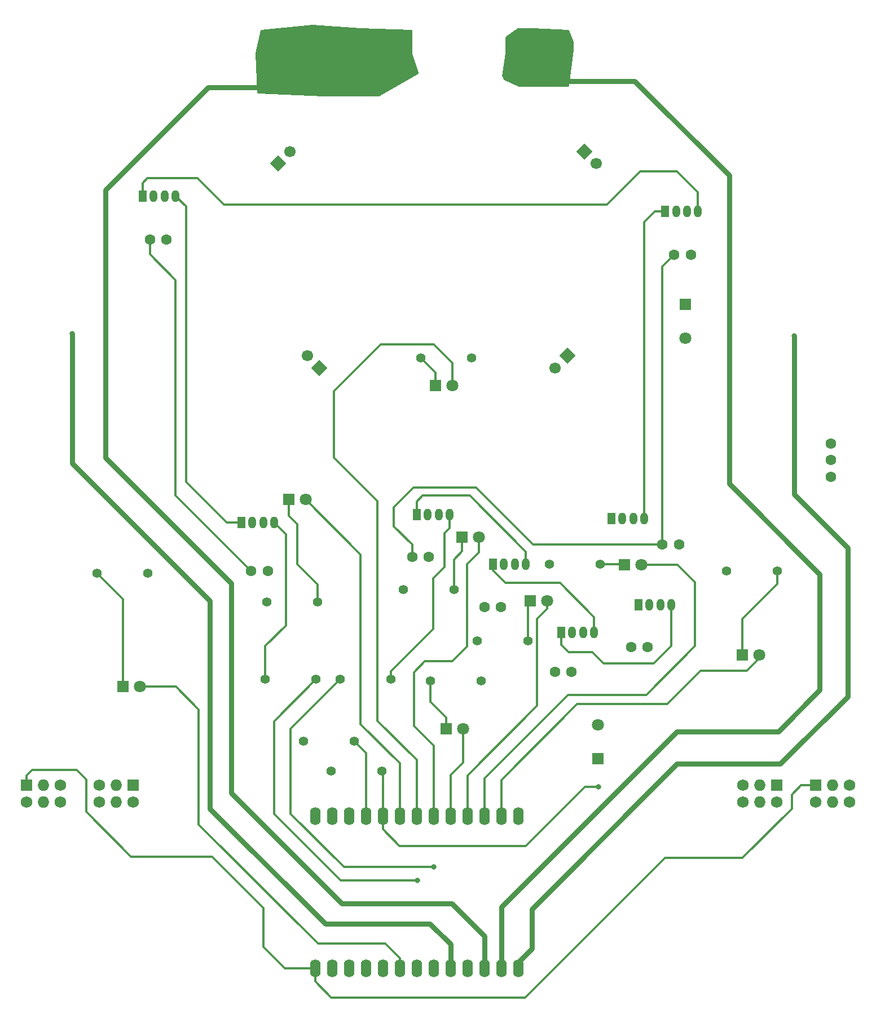
<source format=gtl>
G04 #@! TF.GenerationSoftware,KiCad,Pcbnew,7.0.10*
G04 #@! TF.CreationDate,2024-06-20T08:21:32-05:00*
G04 #@! TF.ProjectId,g0dzilla_vs_middle,6730647a-696c-46c6-915f-76735f6d6964,1*
G04 #@! TF.SameCoordinates,Original*
G04 #@! TF.FileFunction,Copper,L1,Top*
G04 #@! TF.FilePolarity,Positive*
%FSLAX46Y46*%
G04 Gerber Fmt 4.6, Leading zero omitted, Abs format (unit mm)*
G04 Created by KiCad (PCBNEW 7.0.10) date 2024-06-20 08:21:32*
%MOMM*%
%LPD*%
G01*
G04 APERTURE LIST*
G04 Aperture macros list*
%AMHorizOval*
0 Thick line with rounded ends*
0 $1 width*
0 $2 $3 position (X,Y) of the first rounded end (center of the circle)*
0 $4 $5 position (X,Y) of the second rounded end (center of the circle)*
0 Add line between two ends*
20,1,$1,$2,$3,$4,$5,0*
0 Add two circle primitives to create the rounded ends*
1,1,$1,$2,$3*
1,1,$1,$4,$5*%
%AMRotRect*
0 Rectangle, with rotation*
0 The origin of the aperture is its center*
0 $1 length*
0 $2 width*
0 $3 Rotation angle, in degrees counterclockwise*
0 Add horizontal line*
21,1,$1,$2,0,0,$3*%
G04 Aperture macros list end*
G04 #@! TA.AperFunction,ComponentPad*
%ADD10C,1.400000*%
G04 #@! TD*
G04 #@! TA.AperFunction,ComponentPad*
%ADD11RotRect,1.700000X1.700000X315.000000*%
G04 #@! TD*
G04 #@! TA.AperFunction,ComponentPad*
%ADD12HorizOval,1.700000X0.000000X0.000000X0.000000X0.000000X0*%
G04 #@! TD*
G04 #@! TA.AperFunction,ComponentPad*
%ADD13R,1.800000X1.800000*%
G04 #@! TD*
G04 #@! TA.AperFunction,ComponentPad*
%ADD14C,1.800000*%
G04 #@! TD*
G04 #@! TA.AperFunction,ComponentPad*
%ADD15C,1.600000*%
G04 #@! TD*
G04 #@! TA.AperFunction,ComponentPad*
%ADD16RotRect,1.700000X1.700000X225.000000*%
G04 #@! TD*
G04 #@! TA.AperFunction,ComponentPad*
%ADD17HorizOval,1.700000X0.000000X0.000000X0.000000X0.000000X0*%
G04 #@! TD*
G04 #@! TA.AperFunction,ComponentPad*
%ADD18R,1.150000X1.800000*%
G04 #@! TD*
G04 #@! TA.AperFunction,ComponentPad*
%ADD19O,1.150000X1.800000*%
G04 #@! TD*
G04 #@! TA.AperFunction,ComponentPad*
%ADD20RotRect,1.700000X1.700000X135.000000*%
G04 #@! TD*
G04 #@! TA.AperFunction,ComponentPad*
%ADD21HorizOval,1.700000X0.000000X0.000000X0.000000X0.000000X0*%
G04 #@! TD*
G04 #@! TA.AperFunction,ComponentPad*
%ADD22RotRect,1.700000X1.700000X45.000000*%
G04 #@! TD*
G04 #@! TA.AperFunction,ComponentPad*
%ADD23HorizOval,1.700000X0.000000X0.000000X0.000000X0.000000X0*%
G04 #@! TD*
G04 #@! TA.AperFunction,ComponentPad*
%ADD24R,1.727200X1.727200*%
G04 #@! TD*
G04 #@! TA.AperFunction,ComponentPad*
%ADD25C,1.727200*%
G04 #@! TD*
G04 #@! TA.AperFunction,ComponentPad*
%ADD26O,1.727200X1.727200*%
G04 #@! TD*
G04 #@! TA.AperFunction,ComponentPad*
%ADD27O,1.600000X2.700000*%
G04 #@! TD*
G04 #@! TA.AperFunction,ViaPad*
%ADD28C,0.800000*%
G04 #@! TD*
G04 #@! TA.AperFunction,Conductor*
%ADD29C,0.300000*%
G04 #@! TD*
G04 #@! TA.AperFunction,Conductor*
%ADD30C,0.750000*%
G04 #@! TD*
G04 APERTURE END LIST*
D10*
X136910000Y-121500000D03*
X129290000Y-121500000D03*
D11*
X132000000Y-90200000D03*
D12*
X130203949Y-91996051D03*
D13*
X126470000Y-127030000D03*
D14*
X129010000Y-127030000D03*
D10*
X104210000Y-152600000D03*
X96590000Y-152600000D03*
D15*
X84540000Y-122520000D03*
X87040000Y-122520000D03*
D10*
X61417200Y-122859800D03*
X69037200Y-122859800D03*
D16*
X94796051Y-92000000D03*
D17*
X93000000Y-90203949D03*
D18*
X142700000Y-127620000D03*
D19*
X144350000Y-127620000D03*
X146000000Y-127620000D03*
X147650000Y-127620000D03*
D20*
X88600000Y-61300000D03*
D21*
X90396051Y-59503949D03*
D15*
X130140000Y-137690000D03*
X132640000Y-137690000D03*
D10*
X115010000Y-125323600D03*
X107390000Y-125323600D03*
D22*
X134600000Y-59500000D03*
D23*
X136396051Y-61296051D03*
D10*
X163576000Y-122478800D03*
X155956000Y-122478800D03*
D13*
X140595000Y-121560000D03*
D14*
X143135000Y-121560000D03*
D10*
X105500000Y-138800000D03*
X97880000Y-138800000D03*
D13*
X158313200Y-135153400D03*
D14*
X160853200Y-135153400D03*
D13*
X116240000Y-117410000D03*
D14*
X118780000Y-117410000D03*
D10*
X126110000Y-133000000D03*
X118490000Y-133000000D03*
D15*
X119577800Y-127939800D03*
X122077800Y-127939800D03*
D24*
X169260000Y-154680000D03*
D25*
X169260000Y-157220000D03*
D26*
X171800000Y-154680000D03*
X171800000Y-157220000D03*
D25*
X174340000Y-154680000D03*
X174340000Y-157220000D03*
D13*
X149725000Y-82455000D03*
D14*
X149725000Y-87535000D03*
D13*
X112242600Y-94615000D03*
D14*
X114782600Y-94615000D03*
D18*
X131070000Y-131700000D03*
D19*
X132720000Y-131700000D03*
X134370000Y-131700000D03*
X136020000Y-131700000D03*
D24*
X66840000Y-154680000D03*
D25*
X66840000Y-157220000D03*
D26*
X64300000Y-154680000D03*
X64300000Y-157220000D03*
D25*
X61760000Y-154680000D03*
X61760000Y-157220000D03*
D18*
X120850000Y-121500000D03*
D19*
X122500000Y-121500000D03*
X124150000Y-121500000D03*
X125800000Y-121500000D03*
D10*
X86690000Y-138800000D03*
X94310000Y-138800000D03*
D15*
X108740000Y-120396000D03*
X111240000Y-120396000D03*
D13*
X113812400Y-146227800D03*
D14*
X116352400Y-146227800D03*
D10*
X111429800Y-139039600D03*
X119049800Y-139039600D03*
D18*
X68270000Y-66170000D03*
D19*
X69920000Y-66170000D03*
X71570000Y-66170000D03*
X73220000Y-66170000D03*
D15*
X146273200Y-118550000D03*
X148773200Y-118550000D03*
D10*
X94510000Y-127200000D03*
X86890000Y-127200000D03*
D15*
X171551600Y-103341800D03*
X171551600Y-105841800D03*
X171551600Y-108341800D03*
D27*
X117017800Y-182219600D03*
X119557800Y-182219600D03*
X94157800Y-182219600D03*
X114477800Y-182219600D03*
X106857800Y-182219600D03*
X122097800Y-159359600D03*
X124637800Y-182219600D03*
X119557800Y-159359600D03*
X122097800Y-182219600D03*
X111937800Y-182219600D03*
X109397800Y-182219600D03*
X104317800Y-182219600D03*
X99237800Y-182219600D03*
X96697800Y-182219600D03*
X101777800Y-182219600D03*
X111937800Y-159359600D03*
X114477800Y-159359600D03*
X117017800Y-159359600D03*
X106857800Y-159359600D03*
X109397800Y-159359600D03*
X101777800Y-159359600D03*
X104317800Y-159359600D03*
X94157800Y-159359600D03*
X96697800Y-159359600D03*
X99237800Y-159359600D03*
X124637800Y-159359600D03*
D13*
X90185000Y-111760000D03*
D14*
X92725000Y-111760000D03*
D13*
X65335000Y-139840000D03*
D14*
X67875000Y-139840000D03*
D15*
X141599600Y-133934200D03*
X144099600Y-133934200D03*
D13*
X136647600Y-150677800D03*
D14*
X136647600Y-145597800D03*
D15*
X69350000Y-72740000D03*
X71850000Y-72740000D03*
X148070000Y-74990000D03*
X150570000Y-74990000D03*
D10*
X100010000Y-148100000D03*
X92390000Y-148100000D03*
D18*
X146690000Y-68480000D03*
D19*
X148340000Y-68480000D03*
X149990000Y-68480000D03*
X151640000Y-68480000D03*
D18*
X83080000Y-115200000D03*
D19*
X84730000Y-115200000D03*
X86380000Y-115200000D03*
X88030000Y-115200000D03*
D18*
X138630000Y-114650000D03*
D19*
X140280000Y-114650000D03*
X141930000Y-114650000D03*
X143580000Y-114650000D03*
D24*
X50860000Y-154680000D03*
D25*
X50860000Y-157220000D03*
D26*
X53400000Y-154680000D03*
X53400000Y-157220000D03*
D25*
X55940000Y-154680000D03*
X55940000Y-157220000D03*
D24*
X163440000Y-154680000D03*
D25*
X163440000Y-157220000D03*
D26*
X160900000Y-154680000D03*
X160900000Y-157220000D03*
D25*
X158360000Y-154680000D03*
X158360000Y-157220000D03*
D18*
X109400000Y-114070000D03*
D19*
X111050000Y-114070000D03*
X112700000Y-114070000D03*
X114350000Y-114070000D03*
D10*
X110032800Y-90500200D03*
X117652800Y-90500200D03*
D28*
X136700000Y-154900000D03*
X112000000Y-167000000D03*
X109500000Y-169000000D03*
X57700000Y-86900000D03*
X166100000Y-87200000D03*
D29*
X167120000Y-154680000D02*
X165700000Y-156100000D01*
X108900000Y-110000000D02*
X118300000Y-110000000D01*
X84540000Y-122520000D02*
X73200000Y-111180000D01*
X94157800Y-184157800D02*
X94157800Y-182219600D01*
X169260000Y-154680000D02*
X167120000Y-154680000D01*
X78700000Y-165400000D02*
X86400000Y-173100000D01*
X58400000Y-152400000D02*
X59800000Y-153800000D01*
X146273200Y-76786800D02*
X148070000Y-74990000D01*
X73200000Y-111180000D02*
X73200000Y-78800000D01*
X165700000Y-158200000D02*
X158300000Y-165600000D01*
X106000000Y-112900000D02*
X108900000Y-110000000D01*
X146273200Y-118550000D02*
X146273200Y-76786800D01*
X59800000Y-158700000D02*
X66500000Y-165400000D01*
X89619600Y-182219600D02*
X94157800Y-182219600D01*
X158300000Y-165600000D02*
X146700000Y-165600000D01*
X50860000Y-154680000D02*
X50860000Y-153240000D01*
X106000000Y-115800000D02*
X106000000Y-112900000D01*
X108740000Y-120396000D02*
X108740000Y-118540000D01*
X126850000Y-118550000D02*
X146273200Y-118550000D01*
X66500000Y-165400000D02*
X78700000Y-165400000D01*
X96600000Y-186600000D02*
X94157800Y-184157800D01*
X118300000Y-110000000D02*
X126850000Y-118550000D01*
X59800000Y-153800000D02*
X59800000Y-158700000D01*
X108740000Y-118540000D02*
X106000000Y-115800000D01*
X51700000Y-152400000D02*
X58400000Y-152400000D01*
X86400000Y-173100000D02*
X86400000Y-179000000D01*
X86400000Y-179000000D02*
X89619600Y-182219600D01*
X73200000Y-78800000D02*
X69350000Y-74950000D01*
X69350000Y-74950000D02*
X69350000Y-72740000D01*
X165700000Y-156100000D02*
X165700000Y-158200000D01*
X146700000Y-165600000D02*
X125700000Y-186600000D01*
X50860000Y-153240000D02*
X51700000Y-152400000D01*
X125700000Y-186600000D02*
X96600000Y-186600000D01*
X101777800Y-159359600D02*
X101777800Y-149867800D01*
X101777800Y-149867800D02*
X100010000Y-148100000D01*
X104317800Y-152707800D02*
X104210000Y-152600000D01*
X106800000Y-163800000D02*
X104317800Y-161317800D01*
X136700000Y-154900000D02*
X134700000Y-154900000D01*
X104317800Y-161317800D02*
X104317800Y-159359600D01*
X125800000Y-163800000D02*
X106800000Y-163800000D01*
X104317800Y-159359600D02*
X104317800Y-152707800D01*
X134700000Y-154900000D02*
X125800000Y-163800000D01*
X113600000Y-116800000D02*
X114350000Y-116050000D01*
X113600000Y-121900000D02*
X113600000Y-116800000D01*
X111900000Y-131200000D02*
X105500000Y-137600000D01*
X105500000Y-137600000D02*
X105500000Y-138800000D01*
X111900000Y-123600000D02*
X111900000Y-131200000D01*
X114350000Y-116050000D02*
X114350000Y-114070000D01*
X113600000Y-121900000D02*
X111900000Y-123600000D01*
X90500000Y-146180000D02*
X97880000Y-138800000D01*
X112000000Y-167000000D02*
X98500000Y-167000000D01*
X90500000Y-159000000D02*
X90500000Y-146180000D01*
X98500000Y-167000000D02*
X90500000Y-159000000D01*
X89800000Y-116970000D02*
X88030000Y-115200000D01*
X89800000Y-130700000D02*
X89800000Y-116970000D01*
X86690000Y-138800000D02*
X86690000Y-133810000D01*
X86690000Y-133810000D02*
X89800000Y-130700000D01*
X88000000Y-145110000D02*
X94310000Y-138800000D01*
X88000000Y-159000000D02*
X88000000Y-145110000D01*
X109500000Y-169000000D02*
X98000000Y-169000000D01*
X98000000Y-169000000D02*
X88000000Y-159000000D01*
X140535000Y-121500000D02*
X140595000Y-121560000D01*
X136910000Y-121500000D02*
X140535000Y-121500000D01*
X112242600Y-94615000D02*
X112242600Y-92710000D01*
X112242600Y-92710000D02*
X110032800Y-90500200D01*
X113812400Y-144552400D02*
X111429800Y-142169800D01*
X113812400Y-146227800D02*
X113812400Y-144552400D01*
X111429800Y-142169800D02*
X111429800Y-139039600D01*
X126110000Y-133000000D02*
X126110000Y-127390000D01*
X126510000Y-127070000D02*
X126470000Y-127030000D01*
X126110000Y-127390000D02*
X126470000Y-127030000D01*
X115010000Y-125323600D02*
X115010000Y-120790000D01*
X116240000Y-119560000D02*
X116240000Y-117410000D01*
X115010000Y-120790000D02*
X116240000Y-119560000D01*
X90185000Y-114185000D02*
X90185000Y-111760000D01*
X94510000Y-127200000D02*
X94510000Y-124510000D01*
X91500000Y-121500000D02*
X91500000Y-115500000D01*
X94510000Y-124510000D02*
X91500000Y-121500000D01*
X91500000Y-115500000D02*
X90185000Y-114185000D01*
X145000000Y-136400000D02*
X137500000Y-136400000D01*
X137500000Y-136400000D02*
X135800000Y-134700000D01*
X131070000Y-133570000D02*
X132200000Y-134700000D01*
X131070000Y-131700000D02*
X131070000Y-133570000D01*
X147650000Y-133750000D02*
X145000000Y-136400000D01*
X147650000Y-127620000D02*
X147650000Y-133750000D01*
X135800000Y-134700000D02*
X132200000Y-134700000D01*
X136020000Y-129420000D02*
X136020000Y-131700000D01*
X120850000Y-122450000D02*
X122700000Y-124300000D01*
X120850000Y-121500000D02*
X120850000Y-122450000D01*
X122700000Y-124300000D02*
X130900000Y-124300000D01*
X130900000Y-124300000D02*
X136020000Y-129420000D01*
X143580000Y-70080000D02*
X145180000Y-68480000D01*
X143580000Y-114650000D02*
X143580000Y-70080000D01*
X145180000Y-68480000D02*
X146690000Y-68480000D01*
X148500000Y-62500000D02*
X151640000Y-65640000D01*
X143000000Y-62500000D02*
X148500000Y-62500000D01*
X69000000Y-63500000D02*
X76500000Y-63500000D01*
X151640000Y-65640000D02*
X151640000Y-68480000D01*
X76500000Y-63500000D02*
X80500000Y-67500000D01*
X68270000Y-64230000D02*
X69000000Y-63500000D01*
X80500000Y-67500000D02*
X138000000Y-67500000D01*
X138000000Y-67500000D02*
X143000000Y-62500000D01*
X68270000Y-66170000D02*
X68270000Y-64230000D01*
X73220000Y-66170000D02*
X74800000Y-67750000D01*
X74800000Y-67750000D02*
X74800000Y-109100000D01*
X74800000Y-109100000D02*
X80900000Y-115200000D01*
X80900000Y-115200000D02*
X83080000Y-115200000D01*
X125800000Y-119600000D02*
X125800000Y-121500000D01*
X117400000Y-111200000D02*
X125800000Y-119600000D01*
X109400000Y-114070000D02*
X109400000Y-112100000D01*
X109400000Y-112100000D02*
X110300000Y-111200000D01*
X110300000Y-111200000D02*
X117400000Y-111200000D01*
X106857800Y-159359600D02*
X106857800Y-151357800D01*
X106857800Y-151357800D02*
X101000000Y-145500000D01*
X101000000Y-145500000D02*
X101000000Y-120035000D01*
X101000000Y-120035000D02*
X92725000Y-111760000D01*
X117000000Y-121500000D02*
X118780000Y-119720000D01*
X108970000Y-145790000D02*
X108970000Y-137710000D01*
X111937800Y-148757800D02*
X108970000Y-145790000D01*
X108970000Y-137710000D02*
X110620000Y-136060000D01*
X111937800Y-159359600D02*
X111937800Y-148757800D01*
X117000000Y-133870000D02*
X117000000Y-121500000D01*
X110620000Y-136060000D02*
X114810000Y-136060000D01*
X114810000Y-136060000D02*
X117000000Y-133870000D01*
X118780000Y-119720000D02*
X118780000Y-117410000D01*
X116352400Y-151257600D02*
X116352400Y-146227800D01*
X114477800Y-159359600D02*
X114477800Y-153132200D01*
X114477800Y-153132200D02*
X116352400Y-151257600D01*
X127500000Y-142750000D02*
X127500000Y-129700000D01*
X117017800Y-153232200D02*
X127500000Y-142750000D01*
X129010000Y-128190000D02*
X129010000Y-127030000D01*
X117017800Y-159359600D02*
X117017800Y-153232200D01*
X127500000Y-129700000D02*
X129010000Y-128190000D01*
X151200000Y-124200000D02*
X148560000Y-121560000D01*
X143900000Y-141100000D02*
X151200000Y-133800000D01*
X119557800Y-153642200D02*
X132100000Y-141100000D01*
X148560000Y-121560000D02*
X143135000Y-121560000D01*
X151200000Y-133800000D02*
X151200000Y-124200000D01*
X119557800Y-159359600D02*
X119557800Y-153642200D01*
X132100000Y-141100000D02*
X143900000Y-141100000D01*
X109397800Y-159359600D02*
X109397800Y-150897800D01*
X112000000Y-88500000D02*
X114782600Y-91282600D01*
X97000000Y-105500000D02*
X97000000Y-95500000D01*
X103500000Y-145000000D02*
X103500000Y-112000000D01*
X97000000Y-95500000D02*
X104000000Y-88500000D01*
X104000000Y-88500000D02*
X112000000Y-88500000D01*
X109397800Y-150897800D02*
X103500000Y-145000000D01*
X114782600Y-91282600D02*
X114782600Y-94615000D01*
X103500000Y-112000000D02*
X97000000Y-105500000D01*
D30*
X82100000Y-49900000D02*
X88300000Y-49900000D01*
X119557800Y-177357800D02*
X114700000Y-172500000D01*
X62700000Y-105500000D02*
X62700000Y-65300000D01*
X98200000Y-172500000D02*
X82300000Y-156600000D01*
X114700000Y-172500000D02*
X98200000Y-172500000D01*
X78100000Y-49900000D02*
X82100000Y-49900000D01*
X119557800Y-182219600D02*
X119557800Y-177357800D01*
X81600000Y-155900000D02*
X81600000Y-124400000D01*
X81600000Y-124400000D02*
X62700000Y-105500000D01*
X82300000Y-156600000D02*
X81600000Y-155900000D01*
X62700000Y-65300000D02*
X78100000Y-49900000D01*
X111400000Y-175500000D02*
X95700000Y-175500000D01*
X114477800Y-178577800D02*
X111400000Y-175500000D01*
X78400000Y-127000000D02*
X57700000Y-106300000D01*
X95700000Y-175500000D02*
X78400000Y-158200000D01*
X114477800Y-182219600D02*
X114477800Y-178577800D01*
X78400000Y-158200000D02*
X78400000Y-127000000D01*
X57700000Y-106300000D02*
X57700000Y-86900000D01*
D29*
X65335000Y-139840000D02*
X65335000Y-126777600D01*
X65335000Y-126777600D02*
X61417200Y-122859800D01*
X163576000Y-124424000D02*
X163576000Y-122478800D01*
X158313200Y-135153400D02*
X158313200Y-129686800D01*
X158313200Y-129686800D02*
X163576000Y-124424000D01*
D30*
X174100000Y-119000000D02*
X166100000Y-111000000D01*
X124637800Y-181262200D02*
X126700000Y-179200000D01*
X174100000Y-141400000D02*
X174100000Y-119000000D01*
X166100000Y-111000000D02*
X166100000Y-87200000D01*
X148500000Y-151500000D02*
X164000000Y-151500000D01*
X126700000Y-173300000D02*
X148500000Y-151500000D01*
X124637800Y-182219600D02*
X124637800Y-181262200D01*
X164000000Y-151500000D02*
X174100000Y-141400000D01*
X126700000Y-179200000D02*
X126700000Y-173300000D01*
X156300000Y-109400000D02*
X156300000Y-66300000D01*
X122097800Y-173002200D02*
X148500000Y-146600000D01*
X142100000Y-48900000D02*
X130300000Y-48900000D01*
X122097800Y-182219600D02*
X122097800Y-173002200D01*
X169900000Y-123000000D02*
X156300000Y-109400000D01*
X163700000Y-146600000D02*
X169900000Y-140400000D01*
X156300000Y-63100000D02*
X142100000Y-48900000D01*
X156300000Y-66300000D02*
X156300000Y-63100000D01*
X148500000Y-146600000D02*
X163700000Y-146600000D01*
X169900000Y-140400000D02*
X169900000Y-123000000D01*
D29*
X122097800Y-153902200D02*
X122097800Y-159359600D01*
X133500000Y-142500000D02*
X122097800Y-153902200D01*
X152000000Y-137500000D02*
X147000000Y-142500000D01*
X147000000Y-142500000D02*
X133500000Y-142500000D01*
X160853200Y-135646800D02*
X159000000Y-137500000D01*
X159000000Y-137500000D02*
X152000000Y-137500000D01*
X160853200Y-135153400D02*
X160853200Y-135646800D01*
X106857800Y-182219600D02*
X106857800Y-180657800D01*
X94600000Y-178500000D02*
X76700000Y-160600000D01*
X73240000Y-139840000D02*
X67875000Y-139840000D01*
X76700000Y-160600000D02*
X76700000Y-143300000D01*
X106857800Y-180657800D02*
X104700000Y-178500000D01*
X76700000Y-143300000D02*
X73240000Y-139840000D01*
X104700000Y-178500000D02*
X94600000Y-178500000D01*
G04 #@! TA.AperFunction,Conductor*
G36*
X126752816Y-41000128D02*
G01*
X132172297Y-41246468D01*
X132238373Y-41269176D01*
X132280640Y-41321494D01*
X132989974Y-42976606D01*
X133000000Y-43025452D01*
X133000000Y-44241584D01*
X132998863Y-44258338D01*
X132264624Y-49642754D01*
X132236062Y-49706519D01*
X132177560Y-49744720D01*
X132141761Y-49750000D01*
X124776315Y-49750000D01*
X124725954Y-49739313D01*
X122540652Y-48768067D01*
X122487385Y-48722851D01*
X122480104Y-48710209D01*
X122267321Y-48284642D01*
X122254947Y-48215880D01*
X122255470Y-48211704D01*
X122750000Y-44750000D01*
X122750000Y-42313813D01*
X122769685Y-42246774D01*
X122801926Y-42212910D01*
X124049908Y-41321494D01*
X124467664Y-41023096D01*
X124533658Y-41000149D01*
X124539738Y-41000000D01*
X126747185Y-41000000D01*
X126752816Y-41000128D01*
G37*
G04 #@! TD.AperFunction*
G04 #@! TA.AperFunction,Conductor*
G36*
X101000000Y-41000000D02*
G01*
X108630001Y-41246129D01*
X108696368Y-41267964D01*
X108740397Y-41322216D01*
X108750000Y-41370064D01*
X108750000Y-44750000D01*
X109718145Y-47654435D01*
X109720670Y-47724259D01*
X109685045Y-47784364D01*
X109662988Y-47800756D01*
X103778956Y-51233109D01*
X103716476Y-51250000D01*
X95503092Y-51250000D01*
X95496900Y-51249845D01*
X85612991Y-50755649D01*
X85547018Y-50732641D01*
X85503957Y-50677619D01*
X85495290Y-50636966D01*
X85250655Y-44765730D01*
X85253300Y-44734597D01*
X85980992Y-41338700D01*
X86014286Y-41277276D01*
X86075505Y-41243600D01*
X86090282Y-41241262D01*
X93739781Y-40500988D01*
X93760238Y-40500706D01*
X101000000Y-41000000D01*
G37*
G04 #@! TD.AperFunction*
M02*

</source>
